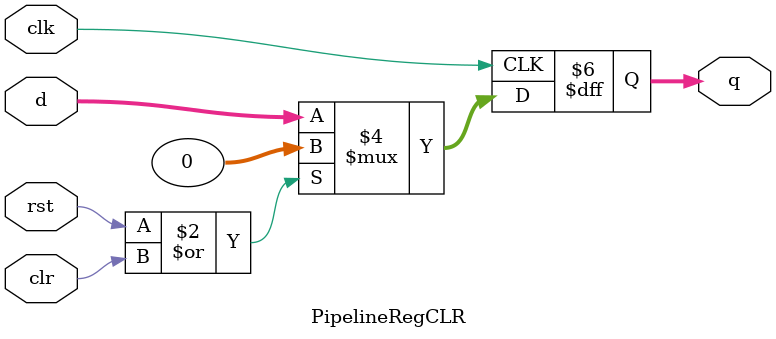
<source format=v>
module PipelineRegCLR #(
    parameter WIDTH = 32
)(
    input wire clk,
    input wire rst,clr,
    input wire [WIDTH-1:0] d,
    output reg [WIDTH-1:0] q
);
    always @(posedge clk) begin
        if (rst|clr) begin
            q <= 0;
        end else begin
            q <= d;
        end
    end


endmodule
</source>
